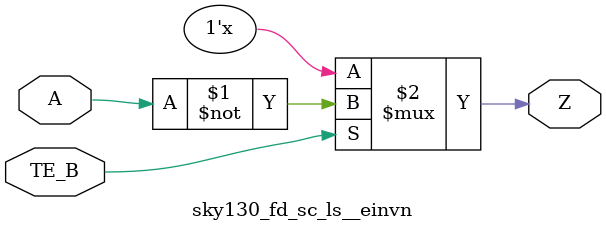
<source format=v>
module sky130_fd_sc_ls__einvn (
    Z   ,
    A   ,
    TE_B
);
    output Z   ;
    input  A   ;
    input  TE_B;
    notif0 notif00 (Z     , A, TE_B        );
endmodule
</source>
